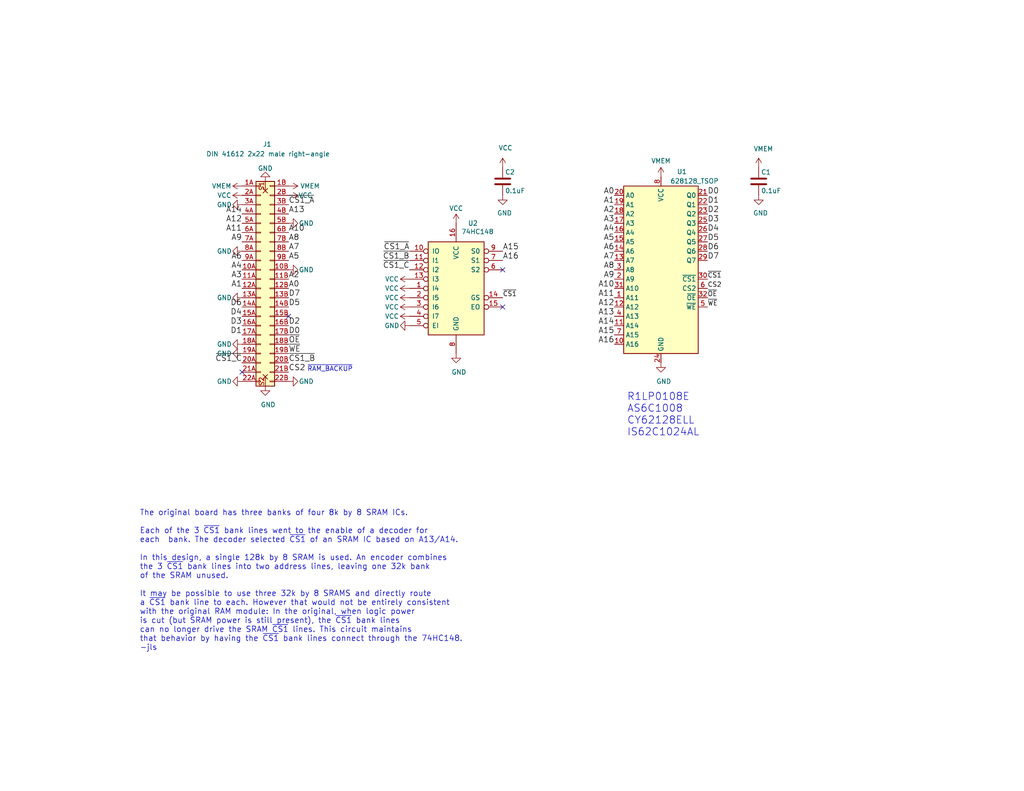
<source format=kicad_sch>
(kicad_sch (version 20211123) (generator eeschema)
  (paper "USLetter")
  (title_block (title "TANDY Model 600 96K SRAM Module") (date "2022-09-08") (rev "007") (company "Brian K. White - b.kenyon.w@gmail.com") (comment 1 "LICENSE: CC-BY-SA 4.0") (comment 2 "Originally based on Model600Sram_v1.1 by Jayeson Lee-Steer"))
  (lib_symbols
    (symbol "000_LOCAL:628128_TSOP"
      (property "Reference" "U" (at -10.16 23.495 0))
      (property "Value" "628128_TSOP" (at 2.54 23.495 0))
      (symbol "628128_TSOP_0_0"
        (pin power_in line (at 0 -25.4 90) (length 2.54) (name "GND") (number "24"))
        (pin power_in line (at 0 25.4 270) (length 2.54) (name "VCC") (number "8"))
      )
      (symbol "628128_TSOP_0_1"
        (rectangle (start -10.16 22.86) (end 10.16 -22.86) (stroke (width 0.254)) (fill (type background)))
      )
      (symbol "628128_TSOP_1_1"
        (pin input line (at -12.7 -7.62 0) (length 2.54) (name "A11") (number "1"))
        (pin input line (at -12.7 -20.32 0) (length 2.54) (name "A16") (number "10"))
        (pin input line (at -12.7 -15.24 0) (length 2.54) (name "A14") (number "11"))
        (pin input line (at -12.7 -10.16 0) (length 2.54) (name "A12") (number "12"))
        (pin input line (at -12.7 2.54 0) (length 2.54) (name "A7") (number "13"))
        (pin input line (at -12.7 5.08 0) (length 2.54) (name "A6") (number "14"))
        (pin input line (at -12.7 7.62 0) (length 2.54) (name "A5") (number "15"))
        (pin input line (at -12.7 10.16 0) (length 2.54) (name "A4") (number "16"))
        (pin input line (at -12.7 12.7 0) (length 2.54) (name "A3") (number "17"))
        (pin input line (at -12.7 15.24 0) (length 2.54) (name "A2") (number "18"))
        (pin input line (at -12.7 17.78 0) (length 2.54) (name "A1") (number "19"))
        (pin input line (at -12.7 -2.54 0) (length 2.54) (name "A9") (number "2"))
        (pin input line (at -12.7 20.32 0) (length 2.54) (name "A0") (number "20"))
        (pin tri_state line (at 12.7 20.32 180) (length 2.54) (name "Q0") (number "21"))
        (pin tri_state line (at 12.7 17.78 180) (length 2.54) (name "Q1") (number "22"))
        (pin tri_state line (at 12.7 15.24 180) (length 2.54) (name "Q2") (number "23"))
        (pin tri_state line (at 12.7 12.7 180) (length 2.54) (name "Q3") (number "25"))
        (pin tri_state line (at 12.7 10.16 180) (length 2.54) (name "Q4") (number "26"))
        (pin tri_state line (at 12.7 7.62 180) (length 2.54) (name "Q5") (number "27"))
        (pin tri_state line (at 12.7 5.08 180) (length 2.54) (name "Q6") (number "28"))
        (pin tri_state line (at 12.7 2.54 180) (length 2.54) (name "Q7") (number "29"))
        (pin input line (at -12.7 0 0) (length 2.54) (name "A8") (number "3"))
        (pin input line (at 12.7 -2.54 180) (length 2.54) (name "~{CS1}") (number "30"))
        (pin input line (at -12.7 -5.08 0) (length 2.54) (name "A10") (number "31"))
        (pin input line (at 12.7 -7.62 180) (length 2.54) (name "~{OE}") (number "32"))
        (pin input line (at -12.7 -12.7 0) (length 2.54) (name "A13") (number "4"))
        (pin input line (at 12.7 -10.16 180) (length 2.54) (name "~{WE}") (number "5"))
        (pin input line (at 12.7 -5.08 180) (length 2.54) (name "CS2") (number "6"))
        (pin input line (at -12.7 -17.78 0) (length 2.54) (name "A15") (number "7"))
        (pin no_connect line (at 10.16 -20.32 180) (length 2.54) hide (name "NC") (number "9"))
      )
    )
    (symbol "000_LOCAL:74HC148" (pin_names (offset 1.016))
      (property "Reference" "U" (at -7.62 13.97 0))
      (property "Value" "74HC148" (at -7.62 -13.97 0))
      (symbol "74HC148_1_0"
        (pin input inverted (at -12.7 0 0) (length 5.08) (name "I4") (number "1"))
        (pin input inverted (at -12.7 10.16 0) (length 5.08) (name "IO") (number "10"))
        (pin input inverted (at -12.7 7.62 0) (length 5.08) (name "I1") (number "11"))
        (pin input inverted (at -12.7 5.08 0) (length 5.08) (name "I2") (number "12"))
        (pin input inverted (at -12.7 2.54 0) (length 5.08) (name "I3") (number "13"))
        (pin output inverted (at 12.7 -2.54 180) (length 5.08) (name "GS") (number "14"))
        (pin output inverted (at 12.7 -5.08 180) (length 5.08) (name "EO") (number "15"))
        (pin power_in line (at 0 17.78 270) (length 5.08) (name "VCC") (number "16"))
        (pin input inverted (at -12.7 -2.54 0) (length 5.08) (name "I5") (number "2"))
        (pin input inverted (at -12.7 -5.08 0) (length 5.08) (name "I6") (number "3"))
        (pin input inverted (at -12.7 -7.62 0) (length 5.08) (name "I7") (number "4"))
        (pin input inverted (at -12.7 -10.16 0) (length 5.08) (name "EI") (number "5"))
        (pin output inverted (at 12.7 5.08 180) (length 5.08) (name "S2") (number "6"))
        (pin output inverted (at 12.7 7.62 180) (length 5.08) (name "S1") (number "7"))
        (pin power_in line (at 0 -17.78 90) (length 5.08) (name "GND") (number "8"))
        (pin output inverted (at 12.7 10.16 180) (length 5.08) (name "S0") (number "9"))
      )
      (symbol "74HC148_1_1"
        (rectangle (start -7.62 12.7) (end 7.62 -12.7) (stroke (width 0.254)) (fill (type background)))
      )
    )
    (symbol "000_LOCAL:C" (pin_numbers hide) (pin_names (offset 0.254))
      (property "Reference" "C" (at 0.635 2.54 0))
      (property "Value" "C" (at 0.635 -2.54 0))
      (symbol "C_0_1"
        (polyline (pts (xy -2.032 -0.762) (xy 2.032 -0.762)) (stroke (width 0.508)))
        (polyline (pts (xy -2.032 0.762) (xy 2.032 0.762)) (stroke (width 0.508)))
      )
      (symbol "C_1_1"
        (pin passive line (at 0 3.81 270) (length 2.794) (name "~") (number "1"))
        (pin passive line (at 0 -3.81 90) (length 2.794) (name "~") (number "2"))
      )
    )
    (symbol "000_LOCAL:DIN 41612 2x22 male right-angle" (pin_names (offset 1.016) hide)
      (property "Reference" "J" (at -2.7432 28.9052 0))
      (property "Value" "DIN 41612 2x22 male right-angle" (at 18.8468 28.8036 0))
      (symbol "DIN 41612 2x22 male right-angle_1_1"
        (rectangle (start -1.27 -27.813) (end 0 -28.067) (stroke (width 0.1524)))
        (rectangle (start -1.27 -25.273) (end 0 -25.527) (stroke (width 0.1524)))
        (rectangle (start -1.27 -22.733) (end 0 -22.987) (stroke (width 0.1524)))
        (rectangle (start -1.27 -20.193) (end 0 -20.447) (stroke (width 0.1524)))
        (rectangle (start -1.27 -17.653) (end 0 -17.907) (stroke (width 0.1524)))
        (rectangle (start -1.27 -15.113) (end 0 -15.367) (stroke (width 0.1524)))
        (rectangle (start -1.27 -12.573) (end 0 -12.827) (stroke (width 0.1524)))
        (rectangle (start -1.27 -10.033) (end 0 -10.287) (stroke (width 0.1524)))
        (rectangle (start -1.27 -7.493) (end 0 -7.747) (stroke (width 0.1524)))
        (rectangle (start -1.27 -4.953) (end 0 -5.207) (stroke (width 0.1524)))
        (rectangle (start -1.27 -2.413) (end 0 -2.667) (stroke (width 0.1524)))
        (rectangle (start -1.27 0.127) (end 0 -0.127) (stroke (width 0.1524)))
        (rectangle (start -1.27 2.667) (end 0 2.413) (stroke (width 0.1524)))
        (rectangle (start -1.27 5.207) (end 0 4.953) (stroke (width 0.1524)))
        (rectangle (start -1.27 7.747) (end 0 7.493) (stroke (width 0.1524)))
        (rectangle (start -1.27 10.287) (end 0 10.033) (stroke (width 0.1524)))
        (rectangle (start -1.27 12.827) (end 0 12.573) (stroke (width 0.1524)))
        (rectangle (start -1.27 15.367) (end 0 15.113) (stroke (width 0.1524)))
        (rectangle (start -1.27 17.907) (end 0 17.653) (stroke (width 0.1524)))
        (rectangle (start -1.27 20.447) (end 0 20.193) (stroke (width 0.1524)))
        (rectangle (start -1.27 22.987) (end 0 22.733) (stroke (width 0.1524)))
        (rectangle (start -1.27 25.527) (end 0 25.273) (stroke (width 0.1524)))
        (rectangle (start -1.27 26.67) (end 3.81 -29.21) (stroke (width 0.254)) (fill (type background)))
        (rectangle (start 3.81 -27.813) (end 2.54 -28.067) (stroke (width 0.1524)))
        (rectangle (start 3.81 -25.273) (end 2.54 -25.527) (stroke (width 0.1524)))
        (rectangle (start 3.81 -22.733) (end 2.54 -22.987) (stroke (width 0.1524)))
        (rectangle (start 3.81 -20.193) (end 2.54 -20.447) (stroke (width 0.1524)))
        (rectangle (start 3.81 -17.653) (end 2.54 -17.907) (stroke (width 0.1524)))
        (rectangle (start 3.81 -15.113) (end 2.54 -15.367) (stroke (width 0.1524)))
        (rectangle (start 3.81 -12.573) (end 2.54 -12.827) (stroke (width 0.1524)))
        (rectangle (start 3.81 -10.033) (end 2.54 -10.287) (stroke (width 0.1524)))
        (rectangle (start 3.81 -7.493) (end 2.54 -7.747) (stroke (width 0.1524)))
        (rectangle (start 3.81 -4.953) (end 2.54 -5.207) (stroke (width 0.1524)))
        (rectangle (start 3.81 -2.413) (end 2.54 -2.667) (stroke (width 0.1524)))
        (rectangle (start 3.81 0.127) (end 2.54 -0.127) (stroke (width 0.1524)))
        (rectangle (start 3.81 2.667) (end 2.54 2.413) (stroke (width 0.1524)))
        (rectangle (start 3.81 5.207) (end 2.54 4.953) (stroke (width 0.1524)))
        (rectangle (start 3.81 7.747) (end 2.54 7.493) (stroke (width 0.1524)))
        (rectangle (start 3.81 10.287) (end 2.54 10.033) (stroke (width 0.1524)))
        (rectangle (start 3.81 12.827) (end 2.54 12.573) (stroke (width 0.1524)))
        (rectangle (start 3.81 15.367) (end 2.54 15.113) (stroke (width 0.1524)))
        (rectangle (start 3.81 17.907) (end 2.54 17.653) (stroke (width 0.1524)))
        (rectangle (start 3.81 20.447) (end 2.54 20.193) (stroke (width 0.1524)))
        (rectangle (start 3.81 22.987) (end 2.54 22.733) (stroke (width 0.1524)))
        (rectangle (start 3.81 25.527) (end 2.54 25.273) (stroke (width 0.1524)))
        (pin passive line (at -5.08 2.54 0) (length 3.81) (name "10A") (number "10A"))
        (pin passive line (at 7.62 2.54 180) (length 3.81) (name "10B") (number "10B"))
        (pin passive line (at -5.08 0 0) (length 3.81) (name "11A") (number "11A"))
        (pin passive line (at 7.62 0 180) (length 3.81) (name "11B") (number "11B"))
        (pin passive line (at -5.08 -2.54 0) (length 3.81) (name "12A") (number "12A"))
        (pin passive line (at 7.62 -2.54 180) (length 3.81) (name "12B") (number "12B"))
        (pin passive line (at -5.08 -5.08 0) (length 3.81) (name "13A") (number "13A"))
        (pin passive line (at 7.62 -5.08 180) (length 3.81) (name "13B") (number "13B"))
        (pin passive line (at -5.08 -7.62 0) (length 3.81) (name "14A") (number "14A"))
        (pin passive line (at 7.62 -7.62 180) (length 3.81) (name "14B") (number "14B"))
        (pin passive line (at -5.08 -10.16 0) (length 3.81) (name "15A") (number "15A"))
        (pin passive line (at 7.62 -10.16 180) (length 3.81) (name "15B") (number "15B"))
        (pin passive line (at -5.08 -12.7 0) (length 3.81) (name "16A") (number "16A"))
        (pin passive line (at 7.62 -12.7 180) (length 3.81) (name "16B") (number "16B"))
        (pin passive line (at -5.08 -15.24 0) (length 3.81) (name "17A") (number "17A"))
        (pin passive line (at 7.62 -15.24 180) (length 3.81) (name "17B") (number "17B"))
        (pin passive line (at -5.08 -17.78 0) (length 3.81) (name "18A") (number "18A"))
        (pin passive line (at 7.62 -17.78 180) (length 3.81) (name "18B") (number "18B"))
        (pin passive line (at -5.08 -20.32 0) (length 3.81) (name "19A") (number "19A"))
        (pin passive line (at 7.62 -20.32 180) (length 3.81) (name "19B") (number "19B"))
        (pin passive line (at -5.08 25.4 0) (length 3.81) (name "1A") (number "1A"))
        (pin passive line (at 7.62 25.4 180) (length 3.81) (name "1B") (number "1B"))
        (pin passive line (at -5.08 -22.86 0) (length 3.81) (name "20A") (number "20A"))
        (pin passive line (at 7.62 -22.86 180) (length 3.81) (name "20B") (number "20B"))
        (pin passive line (at -5.08 -25.4 0) (length 3.81) (name "21A") (number "21A"))
        (pin passive line (at 7.62 -25.4 180) (length 3.81) (name "21B") (number "21B"))
        (pin passive line (at -5.08 -27.94 0) (length 3.81) (name "22A") (number "22A"))
        (pin passive line (at 7.62 -27.94 180) (length 3.81) (name "22B") (number "22B"))
        (pin passive line (at -5.08 22.86 0) (length 3.81) (name "2A") (number "2A"))
        (pin passive line (at 7.62 22.86 180) (length 3.81) (name "2B") (number "2B"))
        (pin passive line (at -5.08 20.32 0) (length 3.81) (name "3A") (number "3A"))
        (pin passive line (at 7.62 20.32 180) (length 3.81) (name "3B") (number "3B"))
        (pin passive line (at -5.08 17.78 0) (length 3.81) (name "4A") (number "4A"))
        (pin passive line (at 7.62 17.78 180) (length 3.81) (name "4B") (number "4B"))
        (pin passive line (at -5.08 15.24 0) (length 3.81) (name "5A") (number "5A"))
        (pin passive line (at 7.62 15.24 180) (length 3.81) (name "5B") (number "5B"))
        (pin passive line (at -5.08 12.7 0) (length 3.81) (name "6A") (number "6A"))
        (pin passive line (at 7.62 12.7 180) (length 3.81) (name "6B") (number "6B"))
        (pin passive line (at -5.08 10.16 0) (length 3.81) (name "7A") (number "7A"))
        (pin passive line (at 7.62 10.16 180) (length 3.81) (name "7B") (number "7B"))
        (pin passive line (at -5.08 7.62 0) (length 3.81) (name "8A") (number "8A"))
        (pin passive line (at 7.62 7.62 180) (length 3.81) (name "8B") (number "8B"))
        (pin passive line (at -5.08 5.08 0) (length 3.81) (name "9A") (number "9A"))
        (pin passive line (at 7.62 5.08 180) (length 3.81) (name "9B") (number "9B"))
        (pin passive non_logic (at 1.27 26.67 270) (length 2.54) (name "mount") (number "S1"))
        (pin passive non_logic (at 1.27 -29.21 90) (length 2.54) (name "mount") (number "S2"))
      )
    )
    (symbol "000_LOCAL:GND" (power) (pin_names (offset 0))
      (property "Value" "GND" (at 0 -3.81 0))
      (symbol "GND_0_1"
        (polyline (pts (xy 0 0) (xy 0 -1.27) (xy 1.27 -1.27) (xy 0 -2.54) (xy -1.27 -1.27) (xy 0 -1.27)))
      )
      (symbol "GND_1_1"
        (pin power_in line (at 0 0 270) (length 0) hide (name "GND") (number "1"))
      )
    )
    (symbol "000_LOCAL:VCC" (power) (pin_names (offset 0))
      (property "Value" "VCC" (at 0 3.81 0))
      (symbol "VCC_0_1"
        (polyline (pts (xy -0.762 1.27) (xy 0 2.54)))
        (polyline (pts (xy 0 0) (xy 0 2.54)))
        (polyline (pts (xy 0 2.54) (xy 0.762 1.27)))
      )
      (symbol "VCC_1_1"
        (pin power_in line (at 0 0 90) (length 0) hide (name "VCC") (number "1"))
      )
    )
    (symbol "000_LOCAL:VMEM" (power) (pin_names (offset 0))
      (property "Value" "VMEM" (at 0 3.81 0))
      (symbol "VMEM_0_1"
        (polyline (pts (xy -0.762 1.27) (xy 0 2.54)))
        (polyline (pts (xy 0 0) (xy 0 2.54)))
        (polyline (pts (xy 0 2.54) (xy 0.762 1.27)))
      )
      (symbol "VMEM_1_1"
        (pin power_in line (at 0 0 90) (length 0) hide (name "VMEM") (number "1"))
      )
    )
  )
  (no_connect (at 66.04 101.6))
  (no_connect (at 78.74 86.36))
  (no_connect (at 137.16 83.82))
  (no_connect (at 137.16 73.66))
  (text "~{RAM_BACKUP}" (at 83.82 101.6 0) (effects (font (size 1.27 1.27)) (justify left bottom)))
  (text "R1LP0108E\nAS6C1008\nCY62128ELL\nIS62C1024AL\n" (at 171.069 119.253 0) (effects (font (size 2 2)) (justify left bottom)))
  (text "The original board has three banks of four 8k by 8 SRAM ICs. \n\nEach of the 3 ~{CS1} bank lines went to the enable of a decoder for \neach  bank. The decoder selected ~{CS1} of an SRAM IC based on A13/A14.\n\nIn this design, a single 128k by 8 SRAM is used. An encoder combines \nthe 3 ~{CS1} bank lines into two address lines, leaving one 32k bank \nof the SRAM unused. \n\nIt may be possible to use three 32k by 8 SRAMS and directly route\na ~{CS1} bank line to each. However that would not be entirely consistent \nwith the original RAM module: In the original, when logic power \nis cut (but SRAM power is still present), the ~{CS1} bank lines \ncan no longer drive the SRAM ~{CS1} lines. This circuit maintains\nthat behavior by having the ~{CS1} bank lines connect through the 74HC148.\n-jls" (at 38.1 177.8 0) (effects (font (size 1.524 1.524)) (justify left bottom)))
  (label "A16" (at 137.16 71.12 0) (effects (font (size 1.524 1.524))))
  (label "D2" (at 78.74 88.9 0) (effects (font (size 1.524 1.524))))
  (label "~{CS1_C}" (at 66.04 99.06 180) (effects (font (size 1.524 1.524))))
  (label "A13" (at 78.74 58.42 0) (effects (font (size 1.524 1.524))))
  (label "A12" (at 66.04 60.96 180) (effects (font (size 1.524 1.524))))
  (label "D6" (at 66.04 83.82 180) (effects (font (size 1.524 1.524))))
  (label "A13" (at 167.64 86.36 180) (effects (font (size 1.524 1.524))))
  (label "A7" (at 167.64 71.12 180) (effects (font (size 1.524 1.524))))
  (label "A1" (at 167.64 55.88 180) (effects (font (size 1.524 1.524))))
  (label "~{WE}" (at 193.04 83.82 0))
  (label "A4" (at 66.04 73.66 180) (effects (font (size 1.524 1.524))))
  (label "A3" (at 66.04 76.2 180) (effects (font (size 1.524 1.524))))
  (label "A4" (at 167.64 63.5 180) (effects (font (size 1.524 1.524))))
  (label "A12" (at 167.64 83.82 180) (effects (font (size 1.524 1.524))))
  (label "A9" (at 167.64 76.2 180) (effects (font (size 1.524 1.524))))
  (label "D0" (at 193.04 53.34 0) (effects (font (size 1.524 1.524))))
  (label "D0" (at 78.74 91.44 0) (effects (font (size 1.524 1.524))))
  (label "D7" (at 78.74 81.28 0) (effects (font (size 1.524 1.524))))
  (label "CS2" (at 78.74 101.6 0) (effects (font (size 1.524 1.524))))
  (label "A2" (at 78.74 76.2 0) (effects (font (size 1.524 1.524))))
  (label "D5" (at 193.04 66.04 0) (effects (font (size 1.524 1.524))))
  (label "A5" (at 167.64 66.04 180) (effects (font (size 1.524 1.524))))
  (label "A1" (at 66.04 78.74 180) (effects (font (size 1.524 1.524))))
  (label "~{CS1_B}" (at 111.76 71.12 180) (effects (font (size 1.524 1.524))))
  (label "~{CS1_A}" (at 78.74 55.88 0) (effects (font (size 1.524 1.524))))
  (label "CS2" (at 193.04 78.74 0))
  (label "~{CS1}" (at 137.16 81.28 0))
  (label "D4" (at 66.04 86.36 180) (effects (font (size 1.524 1.524))))
  (label "A11" (at 167.64 81.28 180) (effects (font (size 1.524 1.524))))
  (label "A16" (at 167.64 93.98 180) (effects (font (size 1.524 1.524))))
  (label "D1" (at 66.04 91.44 180) (effects (font (size 1.524 1.524))))
  (label "A10" (at 167.64 78.74 180) (effects (font (size 1.524 1.524))))
  (label "A3" (at 167.64 60.96 180) (effects (font (size 1.524 1.524))))
  (label "~{CS1_B}" (at 78.74 99.06 0) (effects (font (size 1.524 1.524))))
  (label "D5" (at 78.74 83.82 0) (effects (font (size 1.524 1.524))))
  (label "A6" (at 66.04 71.12 180) (effects (font (size 1.524 1.524))))
  (label "A5" (at 78.74 71.12 0) (effects (font (size 1.524 1.524))))
  (label "~{OE}" (at 78.74 93.98 0) (effects (font (size 1.524 1.524))))
  (label "A0" (at 78.74 78.74 0) (effects (font (size 1.524 1.524))))
  (label "A8" (at 78.74 66.04 0) (effects (font (size 1.524 1.524))))
  (label "D1" (at 193.04 55.88 0) (effects (font (size 1.524 1.524))))
  (label "D3" (at 66.04 88.9 180) (effects (font (size 1.524 1.524))))
  (label "A14" (at 167.64 88.9 180) (effects (font (size 1.524 1.524))))
  (label "A10" (at 78.74 63.5 0) (effects (font (size 1.524 1.524))))
  (label "A11" (at 66.04 63.5 180) (effects (font (size 1.524 1.524))))
  (label "A2" (at 167.64 58.42 180) (effects (font (size 1.524 1.524))))
  (label "D7" (at 193.04 71.12 0) (effects (font (size 1.524 1.524))))
  (label "A14" (at 66.04 58.42 180) (effects (font (size 1.524 1.524))))
  (label "~{CS1_A}" (at 111.76 68.58 180) (effects (font (size 1.524 1.524))))
  (label "A8" (at 167.64 73.66 180) (effects (font (size 1.524 1.524))))
  (label "D2" (at 193.04 58.42 0) (effects (font (size 1.524 1.524))))
  (label "D3" (at 193.04 60.96 0) (effects (font (size 1.524 1.524))))
  (label "A7" (at 78.74 68.58 0) (effects (font (size 1.524 1.524))))
  (label "~{CS1_C}" (at 111.76 73.66 180) (effects (font (size 1.524 1.524))))
  (label "A15" (at 167.64 91.44 180) (effects (font (size 1.524 1.524))))
  (label "A15" (at 137.16 68.58 0) (effects (font (size 1.524 1.524))))
  (label "A0" (at 167.64 53.34 180) (effects (font (size 1.524 1.524))))
  (label "A9" (at 66.04 66.04 180) (effects (font (size 1.524 1.524))))
  (label "~{OE}" (at 193.04 81.28 0))
  (label "A6" (at 167.64 68.58 180) (effects (font (size 1.524 1.524))))
  (label "~{CS1}" (at 193.04 76.2 0))
  (label "D4" (at 193.04 63.5 0) (effects (font (size 1.524 1.524))))
  (label "D6" (at 193.04 68.58 0) (effects (font (size 1.524 1.524))))
  (label "~{WE}" (at 78.74 96.52 0) (effects (font (size 1.524 1.524))))
  (symbol (lib_id "000_LOCAL:C") (at 207.01 49.53 0) (unit 1)
    (property "Reference" "C1" (at 207.645 46.99 0) (effects (justify left)))
    (property "Value" "0.1uF" (at 207.645 52.07 0) (effects (justify left)))
    (property "Footprint" "000_LOCAL:C_0805" (effects hide))
  )
  (symbol (lib_id "000_LOCAL:C") (at 137.16 49.53 0) (unit 1)
    (property "Reference" "C2" (at 137.795 46.99 0) (effects (justify left)))
    (property "Value" "0.1uF" (at 137.795 52.07 0) (effects (justify left)))
    (property "Footprint" "000_LOCAL:C_0805" (effects hide))
  )
  (symbol (lib_id "000_LOCAL:DIN 41612 2x22 male right-angle") (at 71.12 76.2 0) (unit 1)
    (property "Reference" "J1" (at 72.898 39.37 0))
    (property "Value" "DIN 41612 2x22 male right-angle" (at 73.152 42.037 0))
    (property "Footprint" "000_LOCAL:DIN 41612 2x22 male right-angle" (effects hide))
  )
  (symbol (lib_id "000_LOCAL:VCC") (at 137.16 45.72 0) (unit 1)
    (property "Reference" "#PWR0104" (effects hide))
    (property "Value" "VCC" (at 137.922 40.386 0))
  )
  (symbol (lib_id "000_LOCAL:VMEM") (at 66.04 50.8 90) (unit 1)
    (property "Reference" "#PWR0101" (effects hide))
    (property "Value" "VMEM" (at 60.452 50.8 90))
  )
  (symbol (lib_id "000_LOCAL:VMEM") (at 78.74 50.8 270) (unit 1)
    (property "Reference" "#PWR0102" (effects hide))
    (property "Value" "VMEM" (at 84.582 50.8 90))
  )
  (symbol (lib_id "000_LOCAL:VCC") (at 66.04 53.34 90) (unit 1)
    (property "Reference" "#PWR0103" (effects hide))
    (property "Value" "VCC" (at 61.214 53.34 90))
  )
  (symbol (lib_id "000_LOCAL:VCC") (at 78.74 53.34 270) (unit 1)
    (property "Reference" "#PWR0108" (effects hide))
    (property "Value" "VCC" (at 83.312 53.34 90))
  )
  (symbol (lib_id "000_LOCAL:GND") (at 137.16 53.34 0) (unit 1)
    (property "Reference" "#PWR0105" (effects hide))
    (property "Value" "GND" (at 137.668 58.166 0))
  )
  (symbol (lib_id "000_LOCAL:GND") (at 207.01 53.34 0) (unit 1)
    (property "Reference" "#PWR0106" (effects hide))
    (property "Value" "GND" (at 207.518 58.166 0))
  )
  (symbol (lib_id "000_LOCAL:VMEM") (at 207.01 45.72 0) (unit 1)
    (property "Reference" "#PWR0107" (effects hide))
    (property "Value" "VMEM" (at 208.28 40.64 0))
  )
  (symbol (lib_id "000_LOCAL:GND") (at 78.74 60.96 90) (unit 1)
    (property "Reference" "#PWR0109" (effects hide))
    (property "Value" "GND" (at 83.566 60.96 90))
  )
  (symbol (lib_id "000_LOCAL:GND") (at 78.74 73.66 90) (unit 1)
    (property "Reference" "#PWR0110" (effects hide))
    (property "Value" "GND" (at 83.566 73.66 90))
  )
  (symbol (lib_id "000_LOCAL:VCC") (at 111.76 86.36 90) (unit 1)
    (property "Reference" "#PWR0113" (effects hide))
    (property "Value" "VCC" (at 106.934 86.36 90))
  )
  (symbol (lib_id "000_LOCAL:GND") (at 111.76 88.9 270) (unit 1)
    (property "Reference" "#PWR0114" (effects hide))
    (property "Value" "GND" (at 106.934 88.9 90))
  )
  (symbol (lib_id "000_LOCAL:VMEM") (at 180.34 48.26 0) (unit 1)
    (property "Reference" "#PWR0115" (effects hide))
    (property "Value" "VMEM" (at 180.34 43.942 0))
  )
  (symbol (lib_id "000_LOCAL:GND") (at 78.74 104.14 90) (unit 1)
    (property "Reference" "#PWR0111" (effects hide))
    (property "Value" "GND" (at 83.566 104.14 90))
  )
  (symbol (lib_id "000_LOCAL:GND") (at 66.04 55.88 270) (unit 1)
    (property "Reference" "#PWR0112" (effects hide))
    (property "Value" "GND" (at 61.214 55.88 90))
  )
  (symbol (lib_id "000_LOCAL:GND") (at 66.04 68.58 270) (unit 1)
    (property "Reference" "#PWR0116" (effects hide))
    (property "Value" "GND" (at 61.214 68.58 90))
  )
  (symbol (lib_id "000_LOCAL:GND") (at 66.04 81.28 270) (unit 1)
    (property "Reference" "#PWR0117" (effects hide))
    (property "Value" "GND" (at 61.214 81.28 90))
  )
  (symbol (lib_id "000_LOCAL:GND") (at 66.04 93.98 270) (unit 1)
    (property "Reference" "#PWR0118" (effects hide))
    (property "Value" "GND" (at 61.214 93.98 90))
  )
  (symbol (lib_id "000_LOCAL:GND") (at 66.04 96.52 270) (unit 1)
    (property "Reference" "#PWR0119" (effects hide))
    (property "Value" "GND" (at 61.214 96.52 90))
  )
  (symbol (lib_id "000_LOCAL:GND") (at 66.04 104.14 270) (unit 1)
    (property "Reference" "#PWR0120" (effects hide))
    (property "Value" "GND" (at 61.214 104.14 90))
  )
  (symbol (lib_id "000_LOCAL:VCC") (at 111.76 76.2 90) (unit 1)
    (property "Reference" "#PWR0121" (effects hide))
    (property "Value" "VCC" (at 106.934 76.2 90))
  )
  (symbol (lib_id "000_LOCAL:VCC") (at 111.76 78.74 90) (unit 1)
    (property "Reference" "#PWR0122" (effects hide))
    (property "Value" "VCC" (at 106.934 78.74 90))
  )
  (symbol (lib_id "000_LOCAL:VCC") (at 111.76 81.28 90) (unit 1)
    (property "Reference" "#PWR0123" (effects hide))
    (property "Value" "VCC" (at 106.934 81.28 90))
  )
  (symbol (lib_id "000_LOCAL:VCC") (at 111.76 83.82 90) (unit 1)
    (property "Reference" "#PWR0124" (effects hide))
    (property "Value" "VCC" (at 106.934 83.82 90))
  )
  (symbol (lib_id "000_LOCAL:74HC148") (at 124.46 78.74 0) (unit 1)
    (property "Reference" "U2" (at 129.032 60.96 0))
    (property "Value" "74HC148" (at 130.302 63.246 0))
    (property "Footprint" "000_LOCAL:SOIC-SOP-16" (effects hide))
  )
  (symbol (lib_id "000_LOCAL:VCC") (at 124.46 60.96 0) (unit 1)
    (property "Reference" "#PWR0125" (effects hide))
    (property "Value" "VCC" (at 124.46 56.896 0))
  )
  (symbol (lib_id "000_LOCAL:628128_TSOP") (at 180.34 73.66 0) (unit 1)
    (property "Reference" "U1" (at 186.055 46.863 0))
    (property "Value" "628128_TSOP" (at 182.88 50.165 0) (effects (justify left bottom)))
    (property "Footprint" "000_LOCAL:TSOP32-dual" (effects hide))
    (property "Datasheet" "http://www.futurlec.com/Datasheet/Memory/628128.pdf" (effects hide))
  )
  (symbol (lib_id "000_LOCAL:GND") (at 180.34 99.06 0) (unit 1)
    (property "Reference" "#PWR0129" (effects hide))
    (property "Value" "GND" (at 181.102 104.14 0))
  )
  (symbol (lib_id "000_LOCAL:GND") (at 124.46 96.52 0) (unit 1)
    (property "Reference" "#PWR0128" (effects hide))
    (property "Value" "GND" (at 125.222 101.6 0))
  )
  (symbol (lib_id "000_LOCAL:GND") (at 72.39 49.53 0) (mirror x) (unit 1)
    (property "Reference" "#PWR0127" (effects hide))
    (property "Value" "GND" (at 72.39 45.974 0))
  )
  (symbol (lib_id "000_LOCAL:GND") (at 72.39 105.41 0) (unit 1)
    (property "Reference" "#PWR0126" (effects hide))
    (property "Value" "GND" (at 73.152 110.49 0))
  )
)
</source>
